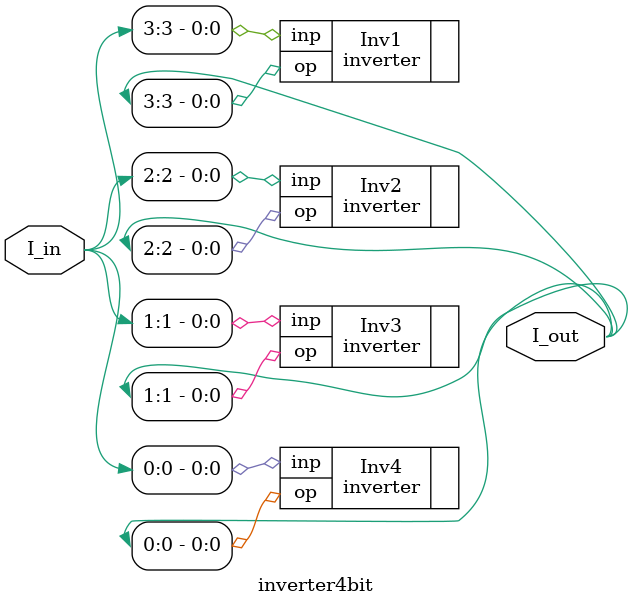
<source format=v>
module inverter4bit(I_in, I_out);

	input [3:0] I_in;
   output [3:0] I_out;

	inverter  Inv1 (.inp(I_in[3]), .op(I_out[3]));
	inverter  Inv2 (.inp(I_in[2]), .op(I_out[2]));
	inverter  Inv3 (.inp(I_in[1]), .op(I_out[1]));
	inverter  Inv4 (.inp(I_in[0]), .op(I_out[0]));
endmodule
	
</source>
